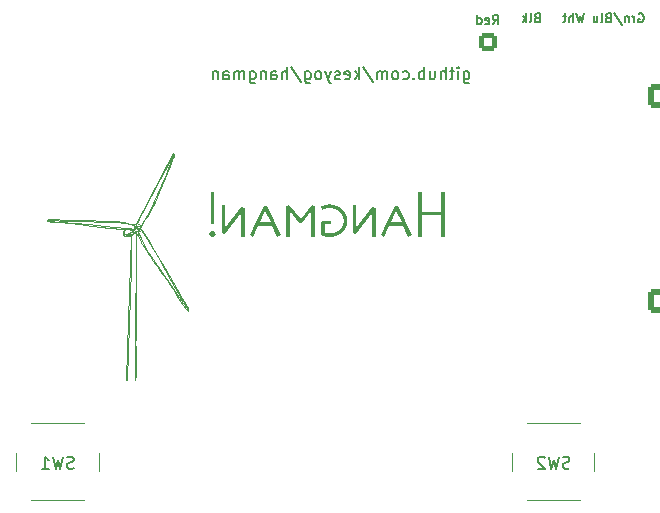
<source format=gbo>
%TF.GenerationSoftware,KiCad,Pcbnew,7.0.5+dfsg-2*%
%TF.CreationDate,2023-08-29T10:22:54-04:00*%
%TF.ProjectId,proto1_0,70726f74-6f31-45f3-902e-6b696361645f,rev?*%
%TF.SameCoordinates,Original*%
%TF.FileFunction,Legend,Bot*%
%TF.FilePolarity,Positive*%
%FSLAX46Y46*%
G04 Gerber Fmt 4.6, Leading zero omitted, Abs format (unit mm)*
G04 Created by KiCad (PCBNEW 7.0.5+dfsg-2) date 2023-08-29 10:22:54*
%MOMM*%
%LPD*%
G01*
G04 APERTURE LIST*
G04 Aperture macros list*
%AMRoundRect*
0 Rectangle with rounded corners*
0 $1 Rounding radius*
0 $2 $3 $4 $5 $6 $7 $8 $9 X,Y pos of 4 corners*
0 Add a 4 corners polygon primitive as box body*
4,1,4,$2,$3,$4,$5,$6,$7,$8,$9,$2,$3,0*
0 Add four circle primitives for the rounded corners*
1,1,$1+$1,$2,$3*
1,1,$1+$1,$4,$5*
1,1,$1+$1,$6,$7*
1,1,$1+$1,$8,$9*
0 Add four rect primitives between the rounded corners*
20,1,$1+$1,$2,$3,$4,$5,0*
20,1,$1+$1,$4,$5,$6,$7,0*
20,1,$1+$1,$6,$7,$8,$9,0*
20,1,$1+$1,$8,$9,$2,$3,0*%
G04 Aperture macros list end*
%ADD10C,0.300000*%
%ADD11C,0.099999*%
%ADD12C,0.152400*%
%ADD13C,0.150000*%
%ADD14C,0.120000*%
%ADD15RoundRect,0.250001X-0.799999X0.799999X-0.799999X-0.799999X0.799999X-0.799999X0.799999X0.799999X0*%
%ADD16C,2.100000*%
%ADD17C,2.200000*%
%ADD18RoundRect,0.250001X-0.799999X-0.799999X0.799999X-0.799999X0.799999X0.799999X-0.799999X0.799999X0*%
%ADD19RoundRect,0.250000X-0.550000X-0.550000X0.550000X-0.550000X0.550000X0.550000X-0.550000X0.550000X0*%
%ADD20C,1.600000*%
%ADD21C,2.000000*%
G04 APERTURE END LIST*
D10*
G36*
X116015348Y-70375526D02*
G01*
X116321140Y-70375526D01*
X116321140Y-68562267D01*
X118005438Y-68562267D01*
X118005438Y-70375526D01*
X118312207Y-70375526D01*
X118312207Y-66561429D01*
X118005438Y-66561429D01*
X118005438Y-68249636D01*
X116321140Y-68249636D01*
X116321140Y-66561429D01*
X116015348Y-66561429D01*
X116015348Y-70375526D01*
G37*
G36*
X115478013Y-70247542D02*
G01*
X115201531Y-70376503D01*
X114783387Y-69437633D01*
X113580735Y-69437633D01*
X113164545Y-70375526D01*
X112889039Y-70233865D01*
X113404008Y-69125002D01*
X113722396Y-69125002D01*
X114641726Y-69125002D01*
X114181572Y-68185156D01*
X113722396Y-69125002D01*
X113404008Y-69125002D01*
X114042842Y-67749427D01*
X114321279Y-67749427D01*
X115478013Y-70247542D01*
G37*
G36*
X110501321Y-70069734D02*
G01*
X110776827Y-70161569D01*
X112120163Y-68375665D01*
X112120163Y-70375526D01*
X112425955Y-70375526D01*
X112425955Y-67909650D01*
X112149472Y-67813907D01*
X110807113Y-69607626D01*
X110807113Y-67686900D01*
X110501321Y-67686900D01*
X110501321Y-70069734D01*
G37*
G36*
X107771663Y-67798275D02*
G01*
X107888900Y-68070850D01*
X107935043Y-68054642D01*
X107980414Y-68039480D01*
X108025015Y-68025364D01*
X108068846Y-68012293D01*
X108111905Y-68000268D01*
X108154193Y-67989288D01*
X108195711Y-67979355D01*
X108236457Y-67970466D01*
X108276433Y-67962624D01*
X108315638Y-67955827D01*
X108373000Y-67947592D01*
X108428627Y-67941711D01*
X108482520Y-67938181D01*
X108534678Y-67937005D01*
X108593315Y-67938150D01*
X108651014Y-67941585D01*
X108707773Y-67947309D01*
X108763594Y-67955323D01*
X108818477Y-67965627D01*
X108872420Y-67978221D01*
X108925424Y-67993105D01*
X108977490Y-68010278D01*
X109028617Y-68029741D01*
X109078805Y-68051494D01*
X109128054Y-68075537D01*
X109176365Y-68101869D01*
X109223736Y-68130491D01*
X109270169Y-68161403D01*
X109315663Y-68194605D01*
X109360219Y-68230096D01*
X109405293Y-68269282D01*
X109447459Y-68309659D01*
X109486717Y-68351226D01*
X109523068Y-68393983D01*
X109556510Y-68437932D01*
X109587044Y-68483071D01*
X109614670Y-68529401D01*
X109639388Y-68576921D01*
X109661198Y-68625633D01*
X109680100Y-68675534D01*
X109696095Y-68726627D01*
X109709181Y-68778910D01*
X109719359Y-68832384D01*
X109726629Y-68887049D01*
X109730991Y-68942904D01*
X109732445Y-68999950D01*
X109730991Y-69056996D01*
X109726629Y-69112851D01*
X109719359Y-69167516D01*
X109709181Y-69220990D01*
X109696095Y-69273273D01*
X109680100Y-69324366D01*
X109661198Y-69374267D01*
X109639388Y-69422979D01*
X109614670Y-69470499D01*
X109587044Y-69516829D01*
X109556510Y-69561968D01*
X109523068Y-69605916D01*
X109486717Y-69648674D01*
X109447459Y-69690241D01*
X109405293Y-69730618D01*
X109360219Y-69769803D01*
X109315663Y-69805295D01*
X109270169Y-69838497D01*
X109223736Y-69869409D01*
X109176365Y-69898031D01*
X109128054Y-69924363D01*
X109078805Y-69948406D01*
X109028617Y-69970159D01*
X108977490Y-69989622D01*
X108925424Y-70006795D01*
X108872420Y-70021679D01*
X108818477Y-70034273D01*
X108763594Y-70044577D01*
X108707773Y-70052591D01*
X108651014Y-70058315D01*
X108593315Y-70061750D01*
X108534678Y-70062895D01*
X108495213Y-70062302D01*
X108455955Y-70060525D01*
X108416903Y-70057563D01*
X108365154Y-70051769D01*
X108313772Y-70043870D01*
X108262755Y-70033863D01*
X108212106Y-70021750D01*
X108174359Y-70011283D01*
X108136818Y-69999631D01*
X108124350Y-69995484D01*
X108124350Y-69312581D01*
X108687085Y-69312581D01*
X108687085Y-68999950D01*
X107970965Y-68999950D01*
X107817581Y-69156265D01*
X107817581Y-70103928D01*
X107910393Y-70249496D01*
X107947404Y-70264758D01*
X107984673Y-70279034D01*
X108022203Y-70292327D01*
X108059992Y-70304634D01*
X108098040Y-70315957D01*
X108136348Y-70326295D01*
X108174916Y-70335649D01*
X108213743Y-70344018D01*
X108252829Y-70351403D01*
X108292175Y-70357803D01*
X108331781Y-70363218D01*
X108371646Y-70367649D01*
X108411770Y-70371095D01*
X108452154Y-70373556D01*
X108492798Y-70375033D01*
X108533701Y-70375526D01*
X108608298Y-70374022D01*
X108681636Y-70369511D01*
X108753714Y-70361993D01*
X108824533Y-70351468D01*
X108894093Y-70337935D01*
X108962393Y-70321395D01*
X109029434Y-70301848D01*
X109095215Y-70279294D01*
X109159737Y-70253732D01*
X109223000Y-70225164D01*
X109285003Y-70193588D01*
X109345747Y-70159004D01*
X109405232Y-70121414D01*
X109463457Y-70080816D01*
X109520423Y-70037211D01*
X109576129Y-69990599D01*
X109632088Y-69939674D01*
X109684436Y-69887284D01*
X109733174Y-69833429D01*
X109778301Y-69778108D01*
X109819819Y-69721321D01*
X109857726Y-69663069D01*
X109892023Y-69603352D01*
X109922710Y-69542169D01*
X109949787Y-69479521D01*
X109973253Y-69415407D01*
X109993109Y-69349828D01*
X110009355Y-69282783D01*
X110021991Y-69214273D01*
X110031016Y-69144297D01*
X110036432Y-69072856D01*
X110038237Y-68999950D01*
X110036432Y-68927043D01*
X110031016Y-68855602D01*
X110021991Y-68785627D01*
X110009355Y-68717117D01*
X109993109Y-68650072D01*
X109973253Y-68584493D01*
X109949787Y-68520379D01*
X109922710Y-68457731D01*
X109892023Y-68396548D01*
X109857726Y-68336831D01*
X109819819Y-68278579D01*
X109778301Y-68221792D01*
X109733174Y-68166471D01*
X109684436Y-68112616D01*
X109632088Y-68060226D01*
X109576129Y-68009301D01*
X109520427Y-67962689D01*
X109463472Y-67919084D01*
X109405266Y-67878486D01*
X109345808Y-67840896D01*
X109285099Y-67806312D01*
X109223137Y-67774736D01*
X109159924Y-67746167D01*
X109095459Y-67720606D01*
X109029743Y-67698052D01*
X108962774Y-67678505D01*
X108894554Y-67661965D01*
X108825083Y-67648432D01*
X108754359Y-67637907D01*
X108682384Y-67630389D01*
X108609157Y-67625878D01*
X108534678Y-67624374D01*
X108492886Y-67625054D01*
X108450307Y-67627091D01*
X108406943Y-67630488D01*
X108362792Y-67635243D01*
X108317855Y-67641357D01*
X108272132Y-67648829D01*
X108225623Y-67657660D01*
X108178327Y-67667849D01*
X108130246Y-67679398D01*
X108081378Y-67692304D01*
X108031725Y-67706570D01*
X107981285Y-67722193D01*
X107930058Y-67739176D01*
X107878046Y-67757517D01*
X107825248Y-67777217D01*
X107771663Y-67798275D01*
G37*
G36*
X104854427Y-70375526D02*
G01*
X105160219Y-70375526D01*
X105160219Y-68196879D01*
X105961335Y-69210976D01*
X106201670Y-69210976D01*
X107000833Y-68196879D01*
X107000833Y-70375526D01*
X107306625Y-70375526D01*
X107306625Y-67778736D01*
X107033073Y-67682016D01*
X106081503Y-68876852D01*
X105127002Y-67681039D01*
X104854427Y-67778736D01*
X104854427Y-70375526D01*
G37*
G36*
X104391342Y-70247542D02*
G01*
X104114859Y-70376503D01*
X103696715Y-69437633D01*
X102494064Y-69437633D01*
X102077874Y-70375526D01*
X101802368Y-70233865D01*
X102317337Y-69125002D01*
X102635725Y-69125002D01*
X103555055Y-69125002D01*
X103094901Y-68185156D01*
X102635725Y-69125002D01*
X102317337Y-69125002D01*
X102956171Y-67749427D01*
X103234608Y-67749427D01*
X104391342Y-70247542D01*
G37*
G36*
X99414650Y-70069734D02*
G01*
X99690156Y-70161569D01*
X101033491Y-68375665D01*
X101033491Y-70375526D01*
X101339284Y-70375526D01*
X101339284Y-67909650D01*
X101062801Y-67813907D01*
X99720442Y-69607626D01*
X99720442Y-67686900D01*
X99414650Y-67686900D01*
X99414650Y-70069734D01*
G37*
G36*
X98459172Y-69262755D02*
G01*
X98765941Y-69262755D01*
X98765941Y-66561429D01*
X98459172Y-66561429D01*
X98459172Y-69262755D01*
G37*
G36*
X98347797Y-70125421D02*
G01*
X98351537Y-70169279D01*
X98362757Y-70210238D01*
X98381457Y-70248299D01*
X98407637Y-70283461D01*
X98425955Y-70302253D01*
X98456363Y-70327154D01*
X98494618Y-70349694D01*
X98535864Y-70365222D01*
X98580103Y-70373737D01*
X98613533Y-70375526D01*
X98653135Y-70372950D01*
X98696646Y-70363433D01*
X98737258Y-70346903D01*
X98774971Y-70323362D01*
X98800135Y-70302253D01*
X98830589Y-70268747D01*
X98853563Y-70232342D01*
X98869057Y-70193039D01*
X98877071Y-70150838D01*
X98878293Y-70125421D01*
X98874553Y-70081563D01*
X98863333Y-70040604D01*
X98844633Y-70002543D01*
X98818453Y-69967381D01*
X98800135Y-69948589D01*
X98769761Y-69923688D01*
X98731633Y-69901148D01*
X98690607Y-69885620D01*
X98646683Y-69877105D01*
X98613533Y-69875316D01*
X98573600Y-69877892D01*
X98529789Y-69887409D01*
X98488969Y-69903939D01*
X98451142Y-69927480D01*
X98425955Y-69948589D01*
X98395501Y-69982095D01*
X98372527Y-70018500D01*
X98357033Y-70057803D01*
X98349018Y-70100004D01*
X98347797Y-70125421D01*
G37*
D11*
X96051050Y-75686797D02*
X96123280Y-75799829D01*
X91211550Y-69754689D02*
X91230849Y-69747045D01*
X91248803Y-70305880D02*
X91286664Y-70313749D01*
X92401821Y-69733093D02*
X92426468Y-69735310D01*
X96042933Y-75550016D02*
X95716937Y-74988739D01*
X92132018Y-69862993D02*
X92104360Y-69857557D01*
X92103226Y-79781276D02*
X92100107Y-79331053D01*
X92406275Y-69451655D02*
X92417354Y-69459148D01*
X92044718Y-69315150D02*
X92031371Y-69319445D01*
X91076637Y-69860597D02*
X91066742Y-69899961D01*
X91058851Y-70139815D02*
X91063291Y-70157227D01*
X92234687Y-69454484D02*
X92239880Y-69446787D01*
X91025449Y-69127930D02*
X90899092Y-69105314D01*
X92634895Y-69793715D02*
X92623666Y-69782866D01*
X91691316Y-71893801D02*
X91700893Y-71611874D01*
X92709893Y-71038369D02*
X92817343Y-71218929D01*
X91521125Y-70252625D02*
X91482193Y-70253188D01*
X92302750Y-69616635D02*
X92292381Y-69608105D01*
X92363509Y-69804468D02*
X92335035Y-69821392D01*
X91706450Y-70295274D02*
X91492364Y-77415470D01*
X96506583Y-76508850D02*
X96097691Y-75948838D01*
X91856489Y-70096253D02*
X91867370Y-70092250D01*
X92466525Y-70574054D02*
X92510956Y-70668767D01*
X91738112Y-69934934D02*
X91692995Y-69967012D01*
X87707386Y-68954547D02*
X86999500Y-68940005D01*
X92961192Y-68813167D02*
X93066990Y-68661480D01*
X96564474Y-76599049D02*
X96567851Y-76582585D01*
X93905585Y-66982062D02*
X94079080Y-66572801D01*
X92464132Y-69504086D02*
X92471353Y-69514058D01*
X96374958Y-76207632D02*
X96406286Y-76267277D01*
X92506474Y-69708589D02*
X92572394Y-69435998D01*
X92325721Y-68908639D02*
X92234802Y-69109272D01*
X84647179Y-68917393D02*
X84636207Y-68925772D01*
X91052667Y-70102922D02*
X91055321Y-70121684D01*
X91570505Y-70319445D02*
X91608146Y-70314755D01*
X92093212Y-82483340D02*
X92118628Y-82035377D01*
X92159797Y-73095349D02*
X92167597Y-71959605D01*
X92656473Y-69816605D02*
X92634895Y-69793715D01*
X92447379Y-69484908D02*
X92456121Y-69494345D01*
X92360990Y-69646217D02*
X92348674Y-69642356D01*
X91592749Y-70244388D02*
X91558374Y-70249879D01*
X94178447Y-73242221D02*
X94476847Y-73651278D01*
X92779814Y-68001916D02*
X92720646Y-68113865D01*
X90770769Y-69086153D02*
X90639753Y-69070863D01*
X93445006Y-71095295D02*
X93295092Y-70840627D01*
X89309886Y-69023327D02*
X89119709Y-69014524D01*
X93577966Y-71371656D02*
X93894559Y-71917493D01*
X92483188Y-69534404D02*
X92487685Y-69544633D01*
X92178573Y-69617303D02*
X92186455Y-69627147D01*
X92288630Y-69422934D02*
X92303325Y-69421746D01*
X96548083Y-76416704D02*
X96535076Y-76383770D01*
X92154409Y-69422265D02*
X92149941Y-69433842D01*
X93169839Y-68507960D02*
X93219159Y-68429975D01*
X95348852Y-63481809D02*
X95349565Y-63465716D01*
X96562819Y-76466428D02*
X96558611Y-76449823D01*
X91757581Y-70775300D02*
X91759706Y-70741774D01*
X92075000Y-69850000D02*
X92043579Y-69840393D01*
X92213269Y-69654111D02*
X92223149Y-69662244D01*
X91533679Y-69741396D02*
X91588956Y-69749622D01*
X92810193Y-68099543D02*
X92847230Y-68028593D01*
X96571434Y-76532919D02*
X96570614Y-76516305D01*
X92768189Y-69974643D02*
X92733459Y-69919638D01*
X91286664Y-70313749D02*
X91326129Y-70319595D01*
X92370656Y-69433472D02*
X92382868Y-69438744D01*
X92444787Y-69641898D02*
X92431353Y-69645673D01*
X94990678Y-63953437D02*
X95026647Y-63873638D01*
X92770989Y-68171172D02*
X92810193Y-68099543D01*
X95130250Y-74108788D02*
X95983608Y-75575489D01*
X91055321Y-70121684D02*
X91058851Y-70139815D01*
X91835862Y-70106046D02*
X91845976Y-70100840D01*
X91404027Y-70250003D02*
X91333384Y-70244806D01*
X95227066Y-63478393D02*
X95252663Y-63445609D01*
X91110905Y-69938863D02*
X91112348Y-69916129D01*
X84890165Y-68877086D02*
X84856905Y-68876076D01*
X91829758Y-69846628D02*
X91814225Y-69865160D01*
X91119764Y-70162003D02*
X91119430Y-70143075D01*
X92301976Y-69707230D02*
X92326578Y-69716247D01*
X92228445Y-69502433D02*
X92227248Y-69491894D01*
X91130679Y-69730689D02*
X91115548Y-69757626D01*
X95118081Y-63667407D02*
X95137858Y-63627153D01*
X91825577Y-69320295D02*
X91795363Y-69314310D01*
X91779046Y-70162698D02*
X91785435Y-70152197D01*
X89277034Y-69555721D02*
X89745404Y-69615097D01*
X91408009Y-70325738D02*
X91449490Y-70326294D01*
X92602208Y-68463881D02*
X92688020Y-68316348D01*
X91808255Y-70125717D02*
X91816969Y-70118449D01*
X92149941Y-69433842D02*
X92145914Y-69445608D01*
X92238482Y-69535395D02*
X92234118Y-69524278D01*
X91058841Y-69940674D02*
X91053209Y-69982030D01*
X95328046Y-74908734D02*
X95424989Y-75064817D01*
X91643662Y-70309077D02*
X91676585Y-70302540D01*
X92575439Y-69744158D02*
X92562472Y-69735804D01*
X92234118Y-69524278D02*
X92230753Y-69513259D01*
X96294603Y-76376927D02*
X96318791Y-76411190D01*
X92185915Y-69331945D02*
X92185059Y-69337669D01*
X92913712Y-70304133D02*
X93252058Y-70832832D01*
X96123280Y-75799829D02*
X96197609Y-75914489D01*
X91644183Y-69997070D02*
X91592435Y-70024995D01*
X91316206Y-70128738D02*
X91262774Y-70141530D01*
X91371254Y-70113145D02*
X91316206Y-70128738D01*
X91490711Y-70325344D02*
X91531205Y-70323018D01*
X92137580Y-69495305D02*
X92138070Y-69509436D01*
X91149508Y-70268846D02*
X91164229Y-70276511D01*
X92320180Y-70183145D02*
X92351381Y-70282868D01*
X94099573Y-65526066D02*
X93663325Y-66353647D01*
X92194223Y-69182285D02*
X92178991Y-69204905D01*
X94992593Y-64374100D02*
X95111778Y-64093964D01*
X91439774Y-69661214D02*
X90239741Y-69575322D01*
X91326129Y-70319595D02*
X91366733Y-70323549D01*
X95315626Y-63323721D02*
X95306552Y-63308407D01*
X84590104Y-68998818D02*
X84586249Y-69015268D01*
X92026457Y-69922063D02*
X91839785Y-69922063D01*
X95347406Y-63497935D02*
X95348852Y-63481809D01*
X92151964Y-70532709D02*
X92153364Y-70473818D01*
X92562472Y-69735804D02*
X92549109Y-69728040D01*
X92474927Y-69625266D02*
X92466515Y-69631622D01*
X92082853Y-69297714D02*
X92070482Y-69304317D01*
X96473458Y-76570213D02*
X96489808Y-76580965D01*
X91115548Y-69757626D02*
X91101314Y-69788725D01*
X91090836Y-70217928D02*
X91100339Y-70230427D01*
X91677355Y-70140110D02*
X91679939Y-70156171D01*
X92171098Y-69867009D02*
X92158333Y-69866234D01*
X92535332Y-69720896D02*
X92521126Y-69714402D01*
X92118628Y-82035377D02*
X92129125Y-81585803D01*
X91759932Y-70705901D02*
X91758644Y-70668047D01*
X92232801Y-69862067D02*
X92220594Y-69864261D01*
X92138070Y-69509436D02*
X92139454Y-69523137D01*
X91973121Y-69388635D02*
X91937574Y-69689385D01*
X92426468Y-69762010D02*
X92393868Y-69784699D01*
X91130543Y-69834571D02*
X91134553Y-69825850D01*
X92163999Y-69399527D02*
X92154409Y-69422265D01*
X92168572Y-71392423D02*
X92165768Y-71109964D01*
X91792455Y-70142556D02*
X91800072Y-70133741D01*
X91800072Y-70133741D02*
X91808255Y-70125717D01*
X96184034Y-76201203D02*
X96226728Y-76270963D01*
X92335035Y-69821392D02*
X92308085Y-69835541D01*
X92137721Y-69488814D02*
X92137580Y-69495305D01*
X92156564Y-70415094D02*
X92161948Y-70357626D01*
X91150564Y-69153585D02*
X91025449Y-69127930D01*
X91653114Y-69278276D02*
X91399971Y-69212349D01*
X95223013Y-63385129D02*
X95205943Y-63407166D01*
X96523887Y-76600001D02*
X96541652Y-76608197D01*
X96408625Y-76165078D02*
X96373249Y-76108769D01*
X95346859Y-63417719D02*
X95344193Y-63401841D01*
X91681683Y-72457423D02*
X91691316Y-71893801D01*
X92100107Y-79331053D02*
X92106462Y-78882182D01*
X95348613Y-63433663D02*
X95346859Y-63417719D01*
X92366560Y-68918261D02*
X92400732Y-68841477D01*
X91442764Y-70252127D02*
X91404027Y-70250003D01*
X95180135Y-63549785D02*
X95202942Y-63513208D01*
X92437964Y-69475848D02*
X92447379Y-69484908D01*
X93727787Y-67388644D02*
X93905585Y-66982062D01*
X92915892Y-70205576D02*
X92835362Y-70081937D01*
X94972208Y-63991686D02*
X94990678Y-63953437D01*
X92533139Y-69388624D02*
X92506474Y-69388624D01*
X91756225Y-70628581D02*
X91742939Y-70461919D01*
X91100339Y-70230427D02*
X91110958Y-70241678D01*
X92613792Y-69354480D02*
X92658046Y-69274438D01*
X91867370Y-70092250D02*
X91890103Y-70085856D01*
X92223149Y-69662244D02*
X92233443Y-69669950D01*
X92753525Y-69117927D02*
X92855639Y-68964743D01*
X92129125Y-81585803D02*
X92128768Y-81135113D01*
X93247239Y-68268594D02*
X92533139Y-69388624D01*
X92142497Y-69457599D02*
X92139857Y-69469855D01*
X85128291Y-69111506D02*
X85266534Y-69121586D01*
X91492364Y-77415470D02*
X91337956Y-82483141D01*
X92133137Y-70081948D02*
X92106471Y-70988636D01*
X92817343Y-71218929D02*
X93034648Y-71575303D01*
X91082413Y-70204271D02*
X91090836Y-70217928D01*
X96485933Y-76448032D02*
X96506583Y-76508850D01*
X91112348Y-69916129D02*
X91114870Y-69894130D01*
X92275658Y-69425441D02*
X92288630Y-69422934D01*
X91664090Y-70103130D02*
X91672121Y-70122453D01*
X92517437Y-68613536D02*
X92602208Y-68463881D01*
X91608146Y-70314755D02*
X91643662Y-70309077D01*
X94587712Y-73038195D02*
X94019879Y-72064742D01*
X92181095Y-69354667D02*
X92177501Y-69365898D01*
X91855967Y-69808354D02*
X91843704Y-69827688D01*
X96503248Y-76318777D02*
X96485234Y-76286876D01*
X92213027Y-70162079D02*
X92223529Y-70143743D01*
X92121622Y-80683799D02*
X92103226Y-79781276D01*
X92557847Y-70762462D02*
X92606860Y-70855231D01*
X92688020Y-68316348D02*
X92770989Y-68171172D01*
X92491156Y-69554802D02*
X92493543Y-69564838D01*
X92399053Y-69650132D02*
X92386235Y-69650199D01*
X90506412Y-69124162D02*
X91199765Y-69213083D01*
X91680023Y-70170706D02*
X91677754Y-70183784D01*
X91759706Y-70741774D02*
X91759932Y-70705901D01*
X92165768Y-71109964D02*
X92159797Y-70828626D01*
X92351381Y-70282868D02*
X92386398Y-70381198D01*
X92186461Y-70002034D02*
X92186461Y-70055345D01*
X92606860Y-70855231D02*
X92709893Y-71038369D01*
X91592435Y-70024995D02*
X91538509Y-70050676D01*
X91742341Y-70298797D02*
X91747059Y-70261322D01*
X91199765Y-69213083D02*
X91973121Y-69388635D01*
X96466361Y-76255476D02*
X96447032Y-76224658D01*
X92233443Y-69669950D02*
X92255134Y-69684083D01*
X92319798Y-69421972D02*
X92332697Y-69423263D01*
X91134553Y-69825850D02*
X91139017Y-69817540D01*
X96558611Y-76449823D02*
X96548083Y-76416704D01*
X84990627Y-69097867D02*
X85128291Y-69111506D01*
X95335947Y-63370315D02*
X95330278Y-63354682D01*
X92332697Y-69423263D02*
X92345512Y-69425659D01*
X92285030Y-69150608D02*
X92308223Y-69072856D01*
X92264834Y-69578978D02*
X92257023Y-69568404D01*
X91049848Y-70063858D02*
X91052667Y-70102922D01*
X92139454Y-69523137D02*
X92141697Y-69536408D01*
X93066990Y-68661480D02*
X93169839Y-68507960D01*
X90639753Y-69070863D02*
X90450110Y-69055309D01*
X91101314Y-69788725D02*
X91088253Y-69823283D01*
X96163048Y-76167646D02*
X96184034Y-76201203D01*
X91386975Y-82483382D02*
X91679792Y-73015366D01*
X91110600Y-69985723D02*
X91110377Y-69962128D01*
X95099006Y-63708349D02*
X95118081Y-63667407D01*
X91866452Y-69788640D02*
X91855967Y-69808354D01*
X92549487Y-68453568D02*
X92325721Y-68908639D01*
X92351602Y-69723563D02*
X92376774Y-69729177D01*
X96435448Y-76327234D02*
X96462110Y-76387489D01*
X91122727Y-70251595D02*
X91135655Y-70260546D01*
X92106462Y-78882182D02*
X92137351Y-77436808D01*
X95158492Y-63587856D02*
X95180135Y-63549785D01*
X96142123Y-76135441D02*
X96163048Y-76167646D01*
X91370612Y-69728126D02*
X91423594Y-69729930D01*
X92417354Y-69459148D02*
X92427936Y-69467237D01*
X89880341Y-69034977D02*
X89500069Y-69028691D01*
X92847230Y-68028593D02*
X94260602Y-65335173D01*
X91946223Y-69331552D02*
X91916459Y-69331157D01*
X96373249Y-76108769D02*
X96207136Y-75829963D01*
X90899092Y-69105314D02*
X90770769Y-69086153D01*
X95233216Y-63815090D02*
X95289101Y-63691135D01*
X92437593Y-68765075D02*
X92476657Y-68689085D01*
X91839785Y-69922063D02*
X91839785Y-69895364D01*
X91636325Y-70229783D02*
X91623063Y-70235594D01*
X94430054Y-65006580D02*
X94603025Y-64679803D01*
X92106462Y-69281976D02*
X92094854Y-69290278D01*
X91973122Y-69815320D02*
X92095338Y-69601979D01*
X84626077Y-68935150D02*
X84616849Y-68945578D01*
X96343987Y-76444336D02*
X96370325Y-76476013D01*
X84712664Y-68888668D02*
X84698344Y-68892828D01*
X92704757Y-69195659D02*
X92753525Y-69117927D01*
X92139857Y-69469855D02*
X92138881Y-69476093D01*
X96566256Y-76483050D02*
X96562819Y-76466428D01*
X91653112Y-70082070D02*
X91664090Y-70103130D01*
X91320219Y-69729898D02*
X91370612Y-69728126D01*
X92676987Y-69840885D02*
X92656473Y-69816605D01*
X92186798Y-69314530D02*
X92186806Y-69320380D01*
X92148623Y-69561664D02*
X92153238Y-69573649D01*
X92801808Y-70029389D02*
X92768189Y-69974643D01*
X92171276Y-69607032D02*
X92178573Y-69617303D01*
X92245030Y-69859251D02*
X92232801Y-69862067D01*
X95323519Y-63339148D02*
X95315626Y-63323721D01*
X94953208Y-64028477D02*
X94972208Y-63991686D01*
X92186455Y-69627147D02*
X92194888Y-69636562D01*
X93219159Y-68429975D02*
X93266544Y-68350888D01*
X92104360Y-69857557D02*
X92075000Y-69850000D01*
X92487142Y-69610483D02*
X92481783Y-69618196D01*
X93894559Y-71917493D02*
X95130250Y-74108788D01*
X92426468Y-69735310D02*
X92426468Y-69762010D01*
X96426969Y-76533545D02*
X96442056Y-76546458D01*
X96570103Y-76566069D02*
X96571281Y-76549510D01*
X91771577Y-70177430D02*
X91779046Y-70162698D01*
X96559921Y-76615451D02*
X96564474Y-76599049D01*
X92186461Y-70055345D02*
X92133126Y-70002034D01*
X96271346Y-76030681D02*
X96341801Y-76148309D01*
X91839786Y-69895364D02*
X92026457Y-69922063D01*
X91765494Y-69307574D02*
X91707519Y-69292878D01*
X95241430Y-63364115D02*
X95223013Y-63385129D01*
X92326578Y-69716247D02*
X92351602Y-69723563D01*
X92394760Y-69444829D02*
X92406275Y-69451655D01*
X95716937Y-74988739D02*
X94587712Y-73038195D01*
X96570614Y-76516305D02*
X96568871Y-76499679D01*
X96442056Y-76546458D02*
X96457547Y-76558696D01*
X92177501Y-69365898D02*
X92173342Y-69377094D01*
X89745404Y-69615097D02*
X90213499Y-69663713D01*
X91538509Y-70050676D02*
X91483165Y-70074003D01*
X95137858Y-63627153D02*
X95158492Y-63587856D01*
X92009739Y-69828809D02*
X91973122Y-69815320D01*
X95306551Y-63308453D02*
X95294539Y-63316871D01*
X92203838Y-69645550D02*
X92213269Y-69654111D01*
X91279769Y-70242078D02*
X91279769Y-70215379D01*
X84636207Y-68925772D02*
X84626077Y-68935150D01*
X85404844Y-69130142D02*
X85542708Y-69139208D01*
X91765026Y-70192905D02*
X91771577Y-70177430D01*
X95175135Y-63453819D02*
X95161040Y-63478187D01*
X92855639Y-68964743D02*
X92961192Y-68813167D01*
X92358184Y-69429086D02*
X92370656Y-69433472D01*
X92178991Y-69204905D02*
X92162713Y-69226366D01*
X92194888Y-69636562D02*
X92203838Y-69645550D01*
X84719094Y-69051782D02*
X84786343Y-69066290D01*
X88341909Y-69424730D02*
X89277034Y-69555721D01*
X92186505Y-69326183D02*
X92185915Y-69331945D01*
X91989154Y-70076723D02*
X92039866Y-70078152D01*
X92043579Y-69840393D02*
X92009739Y-69828809D01*
X91679792Y-73015366D02*
X91681683Y-72457423D01*
X96341801Y-76148309D02*
X96374958Y-76207632D01*
X91162782Y-69787114D02*
X91177402Y-69774634D01*
X92153023Y-70646641D02*
X92151964Y-70532709D01*
X96535076Y-76383770D02*
X96519997Y-76351102D01*
X95340570Y-63386037D02*
X95335947Y-63370315D01*
X91449490Y-70326294D02*
X91490711Y-70325344D01*
X91588956Y-69749622D02*
X91695421Y-69767469D01*
X92246519Y-69439941D02*
X92254657Y-69434038D01*
X92158333Y-69866234D02*
X92132018Y-69862993D01*
X92145276Y-69246485D02*
X92136086Y-69255985D01*
X95026647Y-63873638D02*
X95099006Y-63708349D01*
X89500069Y-69028691D02*
X89309886Y-69023327D01*
X84823543Y-68875970D02*
X84790542Y-68877180D01*
X95349500Y-63449664D02*
X95348613Y-63433663D01*
X92382868Y-69438744D02*
X92394760Y-69444829D01*
X96197609Y-75914489D02*
X96271346Y-76030681D01*
X94770992Y-74063353D02*
X95056265Y-74481490D01*
X92183956Y-69343361D02*
X92181095Y-69354667D01*
X92376774Y-69729177D02*
X92401821Y-69733093D01*
X84666249Y-68961961D02*
X86559635Y-69015272D01*
X91739955Y-70337962D02*
X91742341Y-70298797D01*
X91213012Y-70295859D02*
X91248803Y-70305880D01*
X92208526Y-69158685D02*
X92194223Y-69182285D01*
X92235107Y-70127216D02*
X92247808Y-70112636D01*
X90239741Y-69575322D02*
X88079679Y-69310865D01*
X92128768Y-81135113D02*
X92121622Y-80683799D01*
X91733283Y-71051818D02*
X91757581Y-70775300D01*
X91975419Y-69329904D02*
X91946223Y-69331552D01*
X93663325Y-66353647D02*
X92779814Y-68001916D01*
X92185059Y-69337669D02*
X92183956Y-69343361D01*
X91164229Y-70276511D02*
X91179759Y-70283558D01*
X92282302Y-69846988D02*
X92269736Y-69851721D01*
X93070786Y-70457386D02*
X92994202Y-70330854D01*
X84595149Y-68983676D02*
X84590104Y-68998818D01*
X92234802Y-69109272D02*
X92222014Y-69134288D01*
X86559635Y-69015272D02*
X90506412Y-69124162D01*
X91075038Y-70189543D02*
X91082413Y-70204271D01*
X91251479Y-69740833D02*
X91273327Y-69735965D01*
X91666754Y-70205852D02*
X91658319Y-70214982D01*
X92164598Y-69596333D02*
X92171276Y-69607032D01*
X95070175Y-63656654D02*
X95056170Y-63681793D01*
X92116694Y-69273753D02*
X92106462Y-69281976D01*
X92336636Y-69637373D02*
X92324933Y-69631363D01*
X91672121Y-70122453D02*
X91677355Y-70140110D01*
X96318791Y-76411190D02*
X96343987Y-76444336D01*
X92466515Y-69631622D02*
X92456488Y-69637190D01*
X96506612Y-76590910D02*
X96523887Y-76600001D01*
X92220594Y-69864261D02*
X92208365Y-69865844D01*
X92494785Y-69574669D02*
X92494825Y-69584222D01*
X95983608Y-75575489D02*
X96051050Y-75686797D01*
X91149949Y-69801386D02*
X91162782Y-69787114D01*
X91658319Y-70214982D02*
X91648127Y-70222935D01*
X92559805Y-69788667D02*
X92913712Y-70304133D01*
X92095338Y-69601979D02*
X92186460Y-69308637D01*
X96097691Y-75948838D02*
X95253214Y-74668801D01*
X95524465Y-75219560D02*
X95728704Y-75526137D01*
X92195056Y-70203640D02*
X92203552Y-70182091D01*
X92167597Y-71959605D02*
X92168572Y-71392423D01*
X92269736Y-69851721D02*
X92257327Y-69855806D01*
X92247808Y-70112636D02*
X92261681Y-70100139D01*
X84601327Y-68969790D02*
X84595149Y-68983676D01*
X94079080Y-66572801D02*
X94756909Y-64935120D01*
X92145914Y-69445608D02*
X92142497Y-69457599D01*
X92487685Y-69544633D02*
X92491156Y-69554802D01*
X92324933Y-69631363D02*
X92313619Y-69624419D01*
X84658937Y-68909960D02*
X84647179Y-68917393D01*
X92141697Y-69536408D02*
X92144765Y-69549251D01*
X95190044Y-63430104D02*
X95175135Y-63453819D01*
X92510956Y-70668767D02*
X92557847Y-70762462D01*
X92720646Y-68113865D02*
X92662720Y-68226579D01*
X85542708Y-69139208D02*
X85679612Y-69150815D01*
X94650238Y-65015169D02*
X93247239Y-68268594D01*
X84684577Y-68897729D02*
X84671423Y-68903422D01*
X91179759Y-70283558D02*
X91213012Y-70295859D01*
X92456488Y-69637190D02*
X92444787Y-69641898D01*
X84698344Y-68892828D02*
X84684577Y-68897729D01*
X94260602Y-65335173D02*
X94430054Y-65006580D01*
X92133126Y-70002034D02*
X92186461Y-70002034D01*
X91112644Y-70033090D02*
X91110600Y-69985723D01*
X91700893Y-71611874D02*
X91714634Y-71330945D01*
X91262774Y-70141530D02*
X91211717Y-70151410D01*
X91759348Y-70209078D02*
X91765026Y-70192905D01*
X96571281Y-76549510D02*
X96571434Y-76532919D01*
X92070482Y-69304317D02*
X92057762Y-69310118D01*
X88414746Y-68979258D02*
X87707386Y-68954547D01*
X92158574Y-69585205D02*
X92164598Y-69596333D01*
X91119430Y-70143075D02*
X91118536Y-70122853D01*
X91478254Y-69734593D02*
X91533679Y-69741396D01*
X93266544Y-68350888D02*
X93311594Y-68270482D01*
X95194130Y-74693783D02*
X95328046Y-74908734D01*
X95325830Y-63594948D02*
X95335181Y-63562616D01*
X96370325Y-76476013D02*
X96397941Y-76505866D01*
X92136086Y-69255985D02*
X92126564Y-69265082D01*
X91193696Y-69763855D02*
X91211550Y-69754689D01*
X92345512Y-69425659D02*
X92358184Y-69429086D01*
X91826183Y-70111904D02*
X91835862Y-70106046D01*
X92521126Y-69714402D02*
X92506474Y-69708589D01*
X91118633Y-69873069D02*
X91123803Y-69853149D01*
X92818528Y-70056059D02*
X92801808Y-70029389D01*
X91296278Y-69732350D02*
X91320219Y-69729898D01*
X92282569Y-69598923D02*
X92273368Y-69589183D01*
X91695421Y-69767469D02*
X91790352Y-69782390D01*
X92039866Y-70078152D02*
X92088563Y-70080631D01*
X85679612Y-69150815D02*
X87412994Y-69310827D01*
X92662720Y-68226579D02*
X92549487Y-68453568D01*
X91790352Y-69782390D02*
X91831212Y-69786958D01*
X92138881Y-69476093D02*
X92138162Y-69482411D01*
X92549109Y-69728040D02*
X92535332Y-69720896D01*
X92493543Y-69564838D02*
X92494785Y-69574669D01*
X92994202Y-70330854D02*
X92915892Y-70205576D01*
X92373529Y-69648862D02*
X92360990Y-69646217D01*
X91937574Y-69689385D02*
X91439774Y-69661214D01*
X91742939Y-70461919D02*
X91740639Y-70419890D01*
X91050120Y-70023326D02*
X91049848Y-70063858D01*
X92257023Y-69568404D02*
X92249991Y-69557552D01*
X91063291Y-70157227D02*
X91068675Y-70173833D01*
X95294539Y-63316871D02*
X95283021Y-63325653D01*
X92196070Y-69866823D02*
X92183662Y-69867209D01*
X95056170Y-63681793D02*
X94986028Y-63805934D01*
X92491063Y-69602202D02*
X92487142Y-69610483D01*
X84742733Y-68882365D02*
X84727480Y-68885197D01*
X91230849Y-69747045D02*
X91251479Y-69740833D01*
X91814225Y-69865160D02*
X91797199Y-69883271D01*
X95056265Y-74481490D02*
X95194130Y-74693783D01*
X92223529Y-70143743D02*
X92235107Y-70127216D01*
X91110377Y-69962128D02*
X91110905Y-69938863D01*
X92222014Y-69134288D02*
X92208526Y-69158685D01*
X95253214Y-74668801D02*
X93029444Y-71442040D01*
X95279882Y-63415123D02*
X95130252Y-63895132D01*
X96397941Y-76505866D02*
X96412270Y-76520000D01*
X93295092Y-70840627D02*
X93146135Y-70584782D01*
X87412994Y-69310827D02*
X87876371Y-69363137D01*
X92494825Y-69584222D02*
X92493604Y-69593424D01*
X91714634Y-71330945D02*
X91733283Y-71051818D01*
X92424892Y-70478228D02*
X92466525Y-70574054D01*
X91211717Y-70151410D02*
X91163795Y-70158266D01*
X84608579Y-68957107D02*
X84601327Y-68969790D01*
X92088563Y-70080631D02*
X92133137Y-70081948D01*
X95252663Y-63445609D02*
X95279884Y-63415123D01*
X91110958Y-70241678D02*
X91122727Y-70251595D01*
X92161948Y-70357626D02*
X92169901Y-70302502D01*
X92186806Y-69320380D02*
X92186505Y-69326183D01*
X92137351Y-77436808D02*
X92153179Y-75989537D01*
X96207136Y-75829963D02*
X96042933Y-75550016D01*
X90260309Y-69045121D02*
X90070377Y-69038833D01*
X91558374Y-70249879D02*
X91521125Y-70252625D01*
X91886308Y-69328977D02*
X91855953Y-69325270D01*
X91754492Y-70225902D02*
X91759348Y-70209078D01*
X95342492Y-63530257D02*
X95347406Y-63497935D01*
X94019879Y-72064742D02*
X93445006Y-71095295D01*
X84671423Y-68903422D02*
X84658937Y-68909960D01*
X92169901Y-70302502D02*
X92180809Y-70250811D01*
X95109228Y-63579713D02*
X95083568Y-63631179D01*
X95134577Y-63528386D02*
X95109228Y-63579713D01*
X92292381Y-69608105D02*
X92282569Y-69598923D01*
X92393868Y-69784699D02*
X92363509Y-69804468D01*
X91177402Y-69774634D02*
X91193696Y-69763855D01*
X94784993Y-64184850D02*
X94527276Y-64695162D01*
X92186460Y-69308629D02*
X92186798Y-69314530D01*
X91123803Y-69853149D02*
X91126967Y-69843679D01*
X91845976Y-70100840D02*
X91856489Y-70096253D01*
X92456121Y-69494345D02*
X92464132Y-69504086D01*
X92471353Y-69514058D02*
X92477725Y-69524188D01*
X93353910Y-68188543D02*
X93544343Y-67791240D01*
X92276773Y-70089861D02*
X92293134Y-70081937D01*
X85012929Y-68881933D02*
X84984706Y-68881424D01*
X91482193Y-70253188D02*
X91442764Y-70252127D01*
X91088253Y-69823283D02*
X91076637Y-69860597D01*
X92476657Y-68689085D02*
X92517437Y-68613536D01*
X91115726Y-70079341D02*
X91112644Y-70033090D01*
X84666251Y-68988645D02*
X84666251Y-68961946D01*
X92003862Y-69325954D02*
X91975419Y-69329904D01*
X92183662Y-69867209D02*
X92171098Y-69867009D01*
X95349565Y-63465716D02*
X95349500Y-63449664D01*
X92230882Y-69462937D02*
X92234687Y-69454484D01*
X91066742Y-69899961D02*
X91058841Y-69940674D01*
X93311594Y-68270482D02*
X93353910Y-68188543D01*
X91427160Y-70094863D02*
X91371254Y-70113145D01*
X92228411Y-69472052D02*
X92230882Y-69462937D01*
X92266467Y-69228624D02*
X92285030Y-69150608D01*
X92153238Y-69573649D02*
X92158574Y-69585205D01*
X91676585Y-70302540D02*
X91706450Y-70295274D01*
X91275163Y-69181864D02*
X91150564Y-69153585D01*
X95161040Y-63478187D02*
X95147580Y-63503083D01*
X91890103Y-70085856D02*
X91913911Y-70081383D01*
X91831212Y-69786958D02*
X91866452Y-69788640D01*
X91653112Y-70082044D02*
X91653112Y-70082070D01*
X85266534Y-69121586D02*
X85404844Y-69130142D01*
X91118536Y-70122853D02*
X91115726Y-70079341D01*
X95344193Y-63401841D02*
X95340570Y-63386037D01*
X91747059Y-70261322D02*
X91754492Y-70225902D01*
X92257327Y-69855806D02*
X92245030Y-69859251D01*
X92293130Y-69948674D02*
X92559805Y-69788667D01*
X92173342Y-69377094D02*
X92163999Y-69399527D01*
X95147580Y-63503083D02*
X95134577Y-63528386D01*
X91938531Y-70078554D02*
X91963700Y-70077092D01*
X92144765Y-69549251D02*
X92148623Y-69561664D01*
X91139017Y-69817540D02*
X91149949Y-69801386D01*
X92427936Y-69467237D02*
X92437964Y-69475848D01*
X91366733Y-70323549D02*
X91408009Y-70325738D01*
X91778775Y-69900946D02*
X91738112Y-69934934D01*
X92208365Y-69865844D02*
X92196070Y-69866823D01*
X91399971Y-69212349D02*
X91275163Y-69181864D01*
X95130252Y-63895132D02*
X94650238Y-65015169D01*
X92313619Y-69624419D02*
X92302750Y-69616635D01*
X94986028Y-63805934D02*
X94917658Y-63931337D01*
X94917658Y-63931337D02*
X94784993Y-64184850D01*
X91816969Y-70118449D02*
X91826183Y-70111904D01*
X94603025Y-64679803D02*
X94953208Y-64028477D01*
X91797199Y-69883271D02*
X91778775Y-69900946D01*
X92416128Y-69648442D02*
X92399053Y-69650132D01*
X92308085Y-69835541D02*
X92282302Y-69846988D01*
X96567851Y-76582585D02*
X96570103Y-76566069D01*
X93252058Y-70832832D02*
X93577966Y-71371656D01*
X84984706Y-68881424D02*
X84954529Y-68880172D01*
X92255134Y-69684083D02*
X92278070Y-69696508D01*
X92227248Y-69491894D02*
X92227218Y-69481736D01*
X93167205Y-71790348D02*
X93303892Y-72002724D01*
X86999500Y-68940005D02*
X86292963Y-68935243D01*
X92239880Y-69446787D02*
X92246519Y-69439941D01*
X96406286Y-76267277D02*
X96435448Y-76327234D01*
X84786343Y-69066290D02*
X84854057Y-69078637D01*
X95111778Y-64093964D02*
X95233216Y-63815090D01*
X92159797Y-70828626D02*
X92153023Y-70646641D01*
X92227218Y-69481736D02*
X92228411Y-69472052D01*
X91273327Y-69735965D02*
X91296278Y-69732350D01*
X92335562Y-68995397D02*
X92366560Y-68918261D01*
X92106471Y-70988636D02*
X92104251Y-73228703D01*
X93303892Y-72002724D02*
X93587352Y-72420988D01*
X95289101Y-63691135D02*
X95302433Y-63659272D01*
X92348674Y-69642356D02*
X92336636Y-69637373D01*
X84652374Y-69034859D02*
X84719094Y-69051782D01*
X92477725Y-69524188D02*
X92483188Y-69534404D01*
X92303325Y-69421746D02*
X92319798Y-69421972D01*
X91785435Y-70152197D02*
X91792455Y-70142556D01*
X84790542Y-68877180D02*
X84758367Y-68880119D01*
X90680712Y-69696557D02*
X90913798Y-69705499D01*
X91740639Y-70419890D02*
X91739516Y-70378448D01*
X92493604Y-69593424D02*
X92491063Y-69602202D01*
X92203552Y-70182091D02*
X92213027Y-70162079D01*
X92162713Y-69226366D02*
X92145276Y-69246485D01*
X93034648Y-71575303D02*
X93167205Y-71790348D01*
X91648127Y-70222935D02*
X91636325Y-70229783D01*
X91279769Y-70215379D02*
X91653112Y-70082044D01*
X93544343Y-67791240D02*
X93727787Y-67388644D01*
X93880409Y-72833139D02*
X94178447Y-73242221D01*
X95302433Y-63659272D02*
X95314794Y-63627188D01*
X92400732Y-68841477D02*
X92437593Y-68765075D01*
X91163795Y-70158266D02*
X91119764Y-70161988D01*
X96519997Y-76351102D02*
X96503248Y-76318777D01*
X92031371Y-69319445D02*
X92017745Y-69323036D01*
X92835362Y-70081937D02*
X92818528Y-70056059D01*
X92696569Y-69866312D02*
X92676987Y-69840885D01*
X91146434Y-69708619D02*
X91130679Y-69730689D01*
X92481783Y-69618196D02*
X92474927Y-69625266D01*
X95261373Y-63344248D02*
X95241430Y-63364115D01*
X91963700Y-70077092D02*
X91989154Y-70076723D01*
X92180809Y-70250811D02*
X92187491Y-70226592D01*
X91916459Y-69331157D02*
X91886308Y-69328977D01*
X84586249Y-69015268D02*
X84652374Y-69034859D01*
X92308223Y-69072856D02*
X92335562Y-68995397D01*
X84616849Y-68945578D02*
X84608579Y-68957107D01*
X96568871Y-76499679D02*
X96566256Y-76483050D01*
X92079795Y-76935474D02*
X92028661Y-82483550D01*
X96541652Y-76608197D02*
X96559921Y-76615451D01*
X92187491Y-70226592D02*
X92195056Y-70203640D01*
X92442761Y-70268674D02*
X92293130Y-69948674D01*
X91483165Y-70074003D02*
X91427160Y-70094863D01*
X91114870Y-69894130D02*
X91118633Y-69873069D01*
X91126967Y-69843679D02*
X91130543Y-69834571D01*
X93146135Y-70584782D02*
X93070786Y-70457386D01*
X92104251Y-73228703D02*
X92079795Y-76935474D01*
X96462110Y-76387489D02*
X96485933Y-76448032D01*
X96226728Y-76270963D02*
X96271286Y-76341900D01*
X91623063Y-70235594D02*
X91608488Y-70240439D01*
X90450110Y-69055309D02*
X90260309Y-69045121D01*
X91758644Y-70668047D02*
X91756225Y-70628581D01*
X84922174Y-69089078D02*
X84990627Y-69097867D01*
X84854057Y-69078637D02*
X84922174Y-69089078D01*
X92386235Y-69650199D02*
X92373529Y-69648862D01*
X92623666Y-69782866D02*
X92612123Y-69772456D01*
X95728704Y-75526137D02*
X96142123Y-76135441D01*
X91135655Y-70260546D02*
X91149508Y-70268846D01*
X95314794Y-63627188D02*
X95325830Y-63594948D01*
X93587352Y-72420988D02*
X93880409Y-72833139D01*
X96271286Y-76341900D02*
X96294603Y-76376927D01*
X91531205Y-70323018D02*
X91570505Y-70319445D01*
X92658046Y-69274438D02*
X92704757Y-69195659D01*
X90213499Y-69663713D02*
X90680712Y-69696557D01*
X91608488Y-70240439D02*
X91592749Y-70244388D01*
X92249991Y-69557552D02*
X92243792Y-69546518D01*
X86292963Y-68935243D02*
X85012929Y-68881933D01*
X92094854Y-69290278D02*
X92082853Y-69297714D01*
X84954529Y-68880172D02*
X84890165Y-68877086D01*
X95330278Y-63354682D02*
X95323519Y-63339148D01*
X92612123Y-69772456D02*
X92600248Y-69762514D01*
X91333384Y-70244806D02*
X91279769Y-70242078D01*
X92273368Y-69589183D02*
X92264834Y-69578978D01*
X91053209Y-69982030D02*
X91050120Y-70023326D01*
X96447032Y-76224658D02*
X96408625Y-76165078D01*
X92588026Y-69753072D02*
X92575439Y-69744158D01*
X92715349Y-69892644D02*
X92696569Y-69866312D01*
X92261681Y-70100139D02*
X92276773Y-70089861D01*
X95205943Y-63407166D02*
X95190044Y-63430104D01*
X95083568Y-63631179D02*
X95070175Y-63656654D01*
X92506474Y-69388624D02*
X92266467Y-69228624D01*
X95202942Y-63513208D02*
X95227066Y-63478393D01*
X84758367Y-68880119D02*
X84742733Y-68882365D01*
X95335181Y-63562616D02*
X95342492Y-63530257D01*
X92386398Y-70381198D02*
X92424892Y-70478228D01*
X92126564Y-69265082D02*
X92116694Y-69273753D01*
X92153179Y-75989537D02*
X92159797Y-73095349D01*
X84856905Y-68876076D02*
X84823543Y-68875970D01*
X92230753Y-69513259D02*
X92228445Y-69502433D01*
X91795363Y-69314310D02*
X91765494Y-69307574D01*
X92431353Y-69645673D02*
X92416128Y-69648442D01*
X91423594Y-69729930D02*
X91478254Y-69734593D01*
X93029444Y-71442040D02*
X92442761Y-70268674D01*
X92153364Y-70473818D02*
X92156564Y-70415094D01*
X91855953Y-69325270D02*
X91825577Y-69320295D01*
X94476847Y-73651278D02*
X94770992Y-74063353D01*
X90070377Y-69038833D02*
X89880341Y-69034977D01*
X92278070Y-69696508D02*
X92301976Y-69707230D01*
X91068675Y-70173833D02*
X91075038Y-70189543D01*
X91692995Y-69967012D02*
X91644183Y-69997070D01*
X92572394Y-69435998D02*
X92613792Y-69354480D01*
X90913798Y-69705499D02*
X91146434Y-69708619D01*
X92733459Y-69919638D02*
X92715349Y-69892644D01*
X91677754Y-70183784D02*
X91673281Y-70195476D01*
X94756909Y-64935120D02*
X94992593Y-64374100D01*
X88079679Y-69310865D02*
X84666251Y-68988645D01*
X94527276Y-64695162D02*
X94099573Y-65526066D01*
X96412270Y-76520000D02*
X96426969Y-76533545D01*
X92138162Y-69482411D02*
X92137721Y-69488814D01*
X84727480Y-68885197D02*
X84712664Y-68888668D01*
X87876371Y-69363137D02*
X88341909Y-69424730D01*
X95424989Y-75064817D02*
X95524465Y-75219560D01*
X91673281Y-70195476D02*
X91666754Y-70205852D01*
X92017745Y-69323036D02*
X92003862Y-69325954D01*
X96457547Y-76558696D02*
X96473458Y-76570213D01*
X92254657Y-69434038D02*
X92264352Y-69429174D01*
X91843704Y-69827688D02*
X91829758Y-69846628D01*
X92293134Y-70081937D02*
X92320180Y-70183145D01*
X91913911Y-70081383D02*
X91938531Y-70078554D01*
X92243792Y-69546518D02*
X92238482Y-69535395D01*
X95283021Y-63325653D02*
X95261373Y-63344248D01*
X91707519Y-69292878D02*
X91653114Y-69278276D01*
X96485234Y-76286876D02*
X96466361Y-76255476D01*
X92264352Y-69429174D02*
X92275658Y-69425441D01*
X91739516Y-70378448D02*
X91739955Y-70337962D01*
X91679939Y-70156171D02*
X91680023Y-70170706D01*
X89119709Y-69014524D02*
X88414746Y-68979258D01*
X92057762Y-69310118D02*
X92044718Y-69315150D01*
X92600248Y-69762514D02*
X92588026Y-69753072D01*
X96489808Y-76580965D02*
X96506612Y-76590910D01*
D12*
X134701165Y-51497106D02*
X134773737Y-51460820D01*
X134773737Y-51460820D02*
X134882594Y-51460820D01*
X134882594Y-51460820D02*
X134991451Y-51497106D01*
X134991451Y-51497106D02*
X135064022Y-51569677D01*
X135064022Y-51569677D02*
X135100308Y-51642249D01*
X135100308Y-51642249D02*
X135136594Y-51787392D01*
X135136594Y-51787392D02*
X135136594Y-51896249D01*
X135136594Y-51896249D02*
X135100308Y-52041392D01*
X135100308Y-52041392D02*
X135064022Y-52113963D01*
X135064022Y-52113963D02*
X134991451Y-52186535D01*
X134991451Y-52186535D02*
X134882594Y-52222820D01*
X134882594Y-52222820D02*
X134810022Y-52222820D01*
X134810022Y-52222820D02*
X134701165Y-52186535D01*
X134701165Y-52186535D02*
X134664879Y-52150249D01*
X134664879Y-52150249D02*
X134664879Y-51896249D01*
X134664879Y-51896249D02*
X134810022Y-51896249D01*
X134338308Y-52222820D02*
X134338308Y-51714820D01*
X134338308Y-51859963D02*
X134302022Y-51787392D01*
X134302022Y-51787392D02*
X134265737Y-51751106D01*
X134265737Y-51751106D02*
X134193165Y-51714820D01*
X134193165Y-51714820D02*
X134120594Y-51714820D01*
X133866594Y-51714820D02*
X133866594Y-52222820D01*
X133866594Y-51787392D02*
X133830308Y-51751106D01*
X133830308Y-51751106D02*
X133757737Y-51714820D01*
X133757737Y-51714820D02*
X133648880Y-51714820D01*
X133648880Y-51714820D02*
X133576308Y-51751106D01*
X133576308Y-51751106D02*
X133540023Y-51823677D01*
X133540023Y-51823677D02*
X133540023Y-52222820D01*
X132632879Y-51424535D02*
X133286022Y-52404249D01*
X132124879Y-51823677D02*
X132016022Y-51859963D01*
X132016022Y-51859963D02*
X131979736Y-51896249D01*
X131979736Y-51896249D02*
X131943450Y-51968820D01*
X131943450Y-51968820D02*
X131943450Y-52077677D01*
X131943450Y-52077677D02*
X131979736Y-52150249D01*
X131979736Y-52150249D02*
X132016022Y-52186535D01*
X132016022Y-52186535D02*
X132088593Y-52222820D01*
X132088593Y-52222820D02*
X132378879Y-52222820D01*
X132378879Y-52222820D02*
X132378879Y-51460820D01*
X132378879Y-51460820D02*
X132124879Y-51460820D01*
X132124879Y-51460820D02*
X132052308Y-51497106D01*
X132052308Y-51497106D02*
X132016022Y-51533392D01*
X132016022Y-51533392D02*
X131979736Y-51605963D01*
X131979736Y-51605963D02*
X131979736Y-51678535D01*
X131979736Y-51678535D02*
X132016022Y-51751106D01*
X132016022Y-51751106D02*
X132052308Y-51787392D01*
X132052308Y-51787392D02*
X132124879Y-51823677D01*
X132124879Y-51823677D02*
X132378879Y-51823677D01*
X131508022Y-52222820D02*
X131580593Y-52186535D01*
X131580593Y-52186535D02*
X131616879Y-52113963D01*
X131616879Y-52113963D02*
X131616879Y-51460820D01*
X130891165Y-51714820D02*
X130891165Y-52222820D01*
X131217736Y-51714820D02*
X131217736Y-52113963D01*
X131217736Y-52113963D02*
X131181450Y-52186535D01*
X131181450Y-52186535D02*
X131108879Y-52222820D01*
X131108879Y-52222820D02*
X131000022Y-52222820D01*
X131000022Y-52222820D02*
X130927450Y-52186535D01*
X130927450Y-52186535D02*
X130891165Y-52150249D01*
D13*
X119884649Y-56353152D02*
X119884649Y-57162676D01*
X119884649Y-57162676D02*
X119932268Y-57257914D01*
X119932268Y-57257914D02*
X119979887Y-57305533D01*
X119979887Y-57305533D02*
X120075125Y-57353152D01*
X120075125Y-57353152D02*
X120217982Y-57353152D01*
X120217982Y-57353152D02*
X120313220Y-57305533D01*
X119884649Y-56972200D02*
X119979887Y-57019819D01*
X119979887Y-57019819D02*
X120170363Y-57019819D01*
X120170363Y-57019819D02*
X120265601Y-56972200D01*
X120265601Y-56972200D02*
X120313220Y-56924580D01*
X120313220Y-56924580D02*
X120360839Y-56829342D01*
X120360839Y-56829342D02*
X120360839Y-56543628D01*
X120360839Y-56543628D02*
X120313220Y-56448390D01*
X120313220Y-56448390D02*
X120265601Y-56400771D01*
X120265601Y-56400771D02*
X120170363Y-56353152D01*
X120170363Y-56353152D02*
X119979887Y-56353152D01*
X119979887Y-56353152D02*
X119884649Y-56400771D01*
X119408458Y-57019819D02*
X119408458Y-56353152D01*
X119408458Y-56019819D02*
X119456077Y-56067438D01*
X119456077Y-56067438D02*
X119408458Y-56115057D01*
X119408458Y-56115057D02*
X119360839Y-56067438D01*
X119360839Y-56067438D02*
X119408458Y-56019819D01*
X119408458Y-56019819D02*
X119408458Y-56115057D01*
X119075125Y-56353152D02*
X118694173Y-56353152D01*
X118932268Y-56019819D02*
X118932268Y-56876961D01*
X118932268Y-56876961D02*
X118884649Y-56972200D01*
X118884649Y-56972200D02*
X118789411Y-57019819D01*
X118789411Y-57019819D02*
X118694173Y-57019819D01*
X118360839Y-57019819D02*
X118360839Y-56019819D01*
X117932268Y-57019819D02*
X117932268Y-56496009D01*
X117932268Y-56496009D02*
X117979887Y-56400771D01*
X117979887Y-56400771D02*
X118075125Y-56353152D01*
X118075125Y-56353152D02*
X118217982Y-56353152D01*
X118217982Y-56353152D02*
X118313220Y-56400771D01*
X118313220Y-56400771D02*
X118360839Y-56448390D01*
X117027506Y-56353152D02*
X117027506Y-57019819D01*
X117456077Y-56353152D02*
X117456077Y-56876961D01*
X117456077Y-56876961D02*
X117408458Y-56972200D01*
X117408458Y-56972200D02*
X117313220Y-57019819D01*
X117313220Y-57019819D02*
X117170363Y-57019819D01*
X117170363Y-57019819D02*
X117075125Y-56972200D01*
X117075125Y-56972200D02*
X117027506Y-56924580D01*
X116551315Y-57019819D02*
X116551315Y-56019819D01*
X116551315Y-56400771D02*
X116456077Y-56353152D01*
X116456077Y-56353152D02*
X116265601Y-56353152D01*
X116265601Y-56353152D02*
X116170363Y-56400771D01*
X116170363Y-56400771D02*
X116122744Y-56448390D01*
X116122744Y-56448390D02*
X116075125Y-56543628D01*
X116075125Y-56543628D02*
X116075125Y-56829342D01*
X116075125Y-56829342D02*
X116122744Y-56924580D01*
X116122744Y-56924580D02*
X116170363Y-56972200D01*
X116170363Y-56972200D02*
X116265601Y-57019819D01*
X116265601Y-57019819D02*
X116456077Y-57019819D01*
X116456077Y-57019819D02*
X116551315Y-56972200D01*
X115646553Y-56924580D02*
X115598934Y-56972200D01*
X115598934Y-56972200D02*
X115646553Y-57019819D01*
X115646553Y-57019819D02*
X115694172Y-56972200D01*
X115694172Y-56972200D02*
X115646553Y-56924580D01*
X115646553Y-56924580D02*
X115646553Y-57019819D01*
X114741792Y-56972200D02*
X114837030Y-57019819D01*
X114837030Y-57019819D02*
X115027506Y-57019819D01*
X115027506Y-57019819D02*
X115122744Y-56972200D01*
X115122744Y-56972200D02*
X115170363Y-56924580D01*
X115170363Y-56924580D02*
X115217982Y-56829342D01*
X115217982Y-56829342D02*
X115217982Y-56543628D01*
X115217982Y-56543628D02*
X115170363Y-56448390D01*
X115170363Y-56448390D02*
X115122744Y-56400771D01*
X115122744Y-56400771D02*
X115027506Y-56353152D01*
X115027506Y-56353152D02*
X114837030Y-56353152D01*
X114837030Y-56353152D02*
X114741792Y-56400771D01*
X114170363Y-57019819D02*
X114265601Y-56972200D01*
X114265601Y-56972200D02*
X114313220Y-56924580D01*
X114313220Y-56924580D02*
X114360839Y-56829342D01*
X114360839Y-56829342D02*
X114360839Y-56543628D01*
X114360839Y-56543628D02*
X114313220Y-56448390D01*
X114313220Y-56448390D02*
X114265601Y-56400771D01*
X114265601Y-56400771D02*
X114170363Y-56353152D01*
X114170363Y-56353152D02*
X114027506Y-56353152D01*
X114027506Y-56353152D02*
X113932268Y-56400771D01*
X113932268Y-56400771D02*
X113884649Y-56448390D01*
X113884649Y-56448390D02*
X113837030Y-56543628D01*
X113837030Y-56543628D02*
X113837030Y-56829342D01*
X113837030Y-56829342D02*
X113884649Y-56924580D01*
X113884649Y-56924580D02*
X113932268Y-56972200D01*
X113932268Y-56972200D02*
X114027506Y-57019819D01*
X114027506Y-57019819D02*
X114170363Y-57019819D01*
X113408458Y-57019819D02*
X113408458Y-56353152D01*
X113408458Y-56448390D02*
X113360839Y-56400771D01*
X113360839Y-56400771D02*
X113265601Y-56353152D01*
X113265601Y-56353152D02*
X113122744Y-56353152D01*
X113122744Y-56353152D02*
X113027506Y-56400771D01*
X113027506Y-56400771D02*
X112979887Y-56496009D01*
X112979887Y-56496009D02*
X112979887Y-57019819D01*
X112979887Y-56496009D02*
X112932268Y-56400771D01*
X112932268Y-56400771D02*
X112837030Y-56353152D01*
X112837030Y-56353152D02*
X112694173Y-56353152D01*
X112694173Y-56353152D02*
X112598934Y-56400771D01*
X112598934Y-56400771D02*
X112551315Y-56496009D01*
X112551315Y-56496009D02*
X112551315Y-57019819D01*
X111360840Y-55972200D02*
X112217982Y-57257914D01*
X111027506Y-57019819D02*
X111027506Y-56019819D01*
X110932268Y-56638866D02*
X110646554Y-57019819D01*
X110646554Y-56353152D02*
X111027506Y-56734104D01*
X109837030Y-56972200D02*
X109932268Y-57019819D01*
X109932268Y-57019819D02*
X110122744Y-57019819D01*
X110122744Y-57019819D02*
X110217982Y-56972200D01*
X110217982Y-56972200D02*
X110265601Y-56876961D01*
X110265601Y-56876961D02*
X110265601Y-56496009D01*
X110265601Y-56496009D02*
X110217982Y-56400771D01*
X110217982Y-56400771D02*
X110122744Y-56353152D01*
X110122744Y-56353152D02*
X109932268Y-56353152D01*
X109932268Y-56353152D02*
X109837030Y-56400771D01*
X109837030Y-56400771D02*
X109789411Y-56496009D01*
X109789411Y-56496009D02*
X109789411Y-56591247D01*
X109789411Y-56591247D02*
X110265601Y-56686485D01*
X109408458Y-56972200D02*
X109313220Y-57019819D01*
X109313220Y-57019819D02*
X109122744Y-57019819D01*
X109122744Y-57019819D02*
X109027506Y-56972200D01*
X109027506Y-56972200D02*
X108979887Y-56876961D01*
X108979887Y-56876961D02*
X108979887Y-56829342D01*
X108979887Y-56829342D02*
X109027506Y-56734104D01*
X109027506Y-56734104D02*
X109122744Y-56686485D01*
X109122744Y-56686485D02*
X109265601Y-56686485D01*
X109265601Y-56686485D02*
X109360839Y-56638866D01*
X109360839Y-56638866D02*
X109408458Y-56543628D01*
X109408458Y-56543628D02*
X109408458Y-56496009D01*
X109408458Y-56496009D02*
X109360839Y-56400771D01*
X109360839Y-56400771D02*
X109265601Y-56353152D01*
X109265601Y-56353152D02*
X109122744Y-56353152D01*
X109122744Y-56353152D02*
X109027506Y-56400771D01*
X108646553Y-56353152D02*
X108408458Y-57019819D01*
X108170363Y-56353152D02*
X108408458Y-57019819D01*
X108408458Y-57019819D02*
X108503696Y-57257914D01*
X108503696Y-57257914D02*
X108551315Y-57305533D01*
X108551315Y-57305533D02*
X108646553Y-57353152D01*
X107646553Y-57019819D02*
X107741791Y-56972200D01*
X107741791Y-56972200D02*
X107789410Y-56924580D01*
X107789410Y-56924580D02*
X107837029Y-56829342D01*
X107837029Y-56829342D02*
X107837029Y-56543628D01*
X107837029Y-56543628D02*
X107789410Y-56448390D01*
X107789410Y-56448390D02*
X107741791Y-56400771D01*
X107741791Y-56400771D02*
X107646553Y-56353152D01*
X107646553Y-56353152D02*
X107503696Y-56353152D01*
X107503696Y-56353152D02*
X107408458Y-56400771D01*
X107408458Y-56400771D02*
X107360839Y-56448390D01*
X107360839Y-56448390D02*
X107313220Y-56543628D01*
X107313220Y-56543628D02*
X107313220Y-56829342D01*
X107313220Y-56829342D02*
X107360839Y-56924580D01*
X107360839Y-56924580D02*
X107408458Y-56972200D01*
X107408458Y-56972200D02*
X107503696Y-57019819D01*
X107503696Y-57019819D02*
X107646553Y-57019819D01*
X106456077Y-56353152D02*
X106456077Y-57162676D01*
X106456077Y-57162676D02*
X106503696Y-57257914D01*
X106503696Y-57257914D02*
X106551315Y-57305533D01*
X106551315Y-57305533D02*
X106646553Y-57353152D01*
X106646553Y-57353152D02*
X106789410Y-57353152D01*
X106789410Y-57353152D02*
X106884648Y-57305533D01*
X106456077Y-56972200D02*
X106551315Y-57019819D01*
X106551315Y-57019819D02*
X106741791Y-57019819D01*
X106741791Y-57019819D02*
X106837029Y-56972200D01*
X106837029Y-56972200D02*
X106884648Y-56924580D01*
X106884648Y-56924580D02*
X106932267Y-56829342D01*
X106932267Y-56829342D02*
X106932267Y-56543628D01*
X106932267Y-56543628D02*
X106884648Y-56448390D01*
X106884648Y-56448390D02*
X106837029Y-56400771D01*
X106837029Y-56400771D02*
X106741791Y-56353152D01*
X106741791Y-56353152D02*
X106551315Y-56353152D01*
X106551315Y-56353152D02*
X106456077Y-56400771D01*
X105265601Y-55972200D02*
X106122743Y-57257914D01*
X104932267Y-57019819D02*
X104932267Y-56019819D01*
X104503696Y-57019819D02*
X104503696Y-56496009D01*
X104503696Y-56496009D02*
X104551315Y-56400771D01*
X104551315Y-56400771D02*
X104646553Y-56353152D01*
X104646553Y-56353152D02*
X104789410Y-56353152D01*
X104789410Y-56353152D02*
X104884648Y-56400771D01*
X104884648Y-56400771D02*
X104932267Y-56448390D01*
X103598934Y-57019819D02*
X103598934Y-56496009D01*
X103598934Y-56496009D02*
X103646553Y-56400771D01*
X103646553Y-56400771D02*
X103741791Y-56353152D01*
X103741791Y-56353152D02*
X103932267Y-56353152D01*
X103932267Y-56353152D02*
X104027505Y-56400771D01*
X103598934Y-56972200D02*
X103694172Y-57019819D01*
X103694172Y-57019819D02*
X103932267Y-57019819D01*
X103932267Y-57019819D02*
X104027505Y-56972200D01*
X104027505Y-56972200D02*
X104075124Y-56876961D01*
X104075124Y-56876961D02*
X104075124Y-56781723D01*
X104075124Y-56781723D02*
X104027505Y-56686485D01*
X104027505Y-56686485D02*
X103932267Y-56638866D01*
X103932267Y-56638866D02*
X103694172Y-56638866D01*
X103694172Y-56638866D02*
X103598934Y-56591247D01*
X103122743Y-56353152D02*
X103122743Y-57019819D01*
X103122743Y-56448390D02*
X103075124Y-56400771D01*
X103075124Y-56400771D02*
X102979886Y-56353152D01*
X102979886Y-56353152D02*
X102837029Y-56353152D01*
X102837029Y-56353152D02*
X102741791Y-56400771D01*
X102741791Y-56400771D02*
X102694172Y-56496009D01*
X102694172Y-56496009D02*
X102694172Y-57019819D01*
X101789410Y-56353152D02*
X101789410Y-57162676D01*
X101789410Y-57162676D02*
X101837029Y-57257914D01*
X101837029Y-57257914D02*
X101884648Y-57305533D01*
X101884648Y-57305533D02*
X101979886Y-57353152D01*
X101979886Y-57353152D02*
X102122743Y-57353152D01*
X102122743Y-57353152D02*
X102217981Y-57305533D01*
X101789410Y-56972200D02*
X101884648Y-57019819D01*
X101884648Y-57019819D02*
X102075124Y-57019819D01*
X102075124Y-57019819D02*
X102170362Y-56972200D01*
X102170362Y-56972200D02*
X102217981Y-56924580D01*
X102217981Y-56924580D02*
X102265600Y-56829342D01*
X102265600Y-56829342D02*
X102265600Y-56543628D01*
X102265600Y-56543628D02*
X102217981Y-56448390D01*
X102217981Y-56448390D02*
X102170362Y-56400771D01*
X102170362Y-56400771D02*
X102075124Y-56353152D01*
X102075124Y-56353152D02*
X101884648Y-56353152D01*
X101884648Y-56353152D02*
X101789410Y-56400771D01*
X101313219Y-57019819D02*
X101313219Y-56353152D01*
X101313219Y-56448390D02*
X101265600Y-56400771D01*
X101265600Y-56400771D02*
X101170362Y-56353152D01*
X101170362Y-56353152D02*
X101027505Y-56353152D01*
X101027505Y-56353152D02*
X100932267Y-56400771D01*
X100932267Y-56400771D02*
X100884648Y-56496009D01*
X100884648Y-56496009D02*
X100884648Y-57019819D01*
X100884648Y-56496009D02*
X100837029Y-56400771D01*
X100837029Y-56400771D02*
X100741791Y-56353152D01*
X100741791Y-56353152D02*
X100598934Y-56353152D01*
X100598934Y-56353152D02*
X100503695Y-56400771D01*
X100503695Y-56400771D02*
X100456076Y-56496009D01*
X100456076Y-56496009D02*
X100456076Y-57019819D01*
X99551315Y-57019819D02*
X99551315Y-56496009D01*
X99551315Y-56496009D02*
X99598934Y-56400771D01*
X99598934Y-56400771D02*
X99694172Y-56353152D01*
X99694172Y-56353152D02*
X99884648Y-56353152D01*
X99884648Y-56353152D02*
X99979886Y-56400771D01*
X99551315Y-56972200D02*
X99646553Y-57019819D01*
X99646553Y-57019819D02*
X99884648Y-57019819D01*
X99884648Y-57019819D02*
X99979886Y-56972200D01*
X99979886Y-56972200D02*
X100027505Y-56876961D01*
X100027505Y-56876961D02*
X100027505Y-56781723D01*
X100027505Y-56781723D02*
X99979886Y-56686485D01*
X99979886Y-56686485D02*
X99884648Y-56638866D01*
X99884648Y-56638866D02*
X99646553Y-56638866D01*
X99646553Y-56638866D02*
X99551315Y-56591247D01*
X99075124Y-56353152D02*
X99075124Y-57019819D01*
X99075124Y-56448390D02*
X99027505Y-56400771D01*
X99027505Y-56400771D02*
X98932267Y-56353152D01*
X98932267Y-56353152D02*
X98789410Y-56353152D01*
X98789410Y-56353152D02*
X98694172Y-56400771D01*
X98694172Y-56400771D02*
X98646553Y-56496009D01*
X98646553Y-56496009D02*
X98646553Y-57019819D01*
D12*
X130092879Y-51460820D02*
X129911451Y-52222820D01*
X129911451Y-52222820D02*
X129766308Y-51678535D01*
X129766308Y-51678535D02*
X129621165Y-52222820D01*
X129621165Y-52222820D02*
X129439737Y-51460820D01*
X129149451Y-52222820D02*
X129149451Y-51460820D01*
X128822880Y-52222820D02*
X128822880Y-51823677D01*
X128822880Y-51823677D02*
X128859165Y-51751106D01*
X128859165Y-51751106D02*
X128931737Y-51714820D01*
X128931737Y-51714820D02*
X129040594Y-51714820D01*
X129040594Y-51714820D02*
X129113165Y-51751106D01*
X129113165Y-51751106D02*
X129149451Y-51787392D01*
X128568879Y-51714820D02*
X128278593Y-51714820D01*
X128460022Y-51460820D02*
X128460022Y-52113963D01*
X128460022Y-52113963D02*
X128423736Y-52186535D01*
X128423736Y-52186535D02*
X128351165Y-52222820D01*
X128351165Y-52222820D02*
X128278593Y-52222820D01*
X126083308Y-51823677D02*
X125974451Y-51859963D01*
X125974451Y-51859963D02*
X125938165Y-51896249D01*
X125938165Y-51896249D02*
X125901879Y-51968820D01*
X125901879Y-51968820D02*
X125901879Y-52077677D01*
X125901879Y-52077677D02*
X125938165Y-52150249D01*
X125938165Y-52150249D02*
X125974451Y-52186535D01*
X125974451Y-52186535D02*
X126047022Y-52222820D01*
X126047022Y-52222820D02*
X126337308Y-52222820D01*
X126337308Y-52222820D02*
X126337308Y-51460820D01*
X126337308Y-51460820D02*
X126083308Y-51460820D01*
X126083308Y-51460820D02*
X126010737Y-51497106D01*
X126010737Y-51497106D02*
X125974451Y-51533392D01*
X125974451Y-51533392D02*
X125938165Y-51605963D01*
X125938165Y-51605963D02*
X125938165Y-51678535D01*
X125938165Y-51678535D02*
X125974451Y-51751106D01*
X125974451Y-51751106D02*
X126010737Y-51787392D01*
X126010737Y-51787392D02*
X126083308Y-51823677D01*
X126083308Y-51823677D02*
X126337308Y-51823677D01*
X125466451Y-52222820D02*
X125539022Y-52186535D01*
X125539022Y-52186535D02*
X125575308Y-52113963D01*
X125575308Y-52113963D02*
X125575308Y-51460820D01*
X125176165Y-52222820D02*
X125176165Y-51460820D01*
X125103594Y-51932535D02*
X124885879Y-52222820D01*
X124885879Y-51714820D02*
X125176165Y-52005106D01*
X122345879Y-52349820D02*
X122599879Y-51986963D01*
X122781308Y-52349820D02*
X122781308Y-51587820D01*
X122781308Y-51587820D02*
X122491022Y-51587820D01*
X122491022Y-51587820D02*
X122418451Y-51624106D01*
X122418451Y-51624106D02*
X122382165Y-51660392D01*
X122382165Y-51660392D02*
X122345879Y-51732963D01*
X122345879Y-51732963D02*
X122345879Y-51841820D01*
X122345879Y-51841820D02*
X122382165Y-51914392D01*
X122382165Y-51914392D02*
X122418451Y-51950677D01*
X122418451Y-51950677D02*
X122491022Y-51986963D01*
X122491022Y-51986963D02*
X122781308Y-51986963D01*
X121729022Y-52313535D02*
X121801594Y-52349820D01*
X121801594Y-52349820D02*
X121946737Y-52349820D01*
X121946737Y-52349820D02*
X122019308Y-52313535D01*
X122019308Y-52313535D02*
X122055594Y-52240963D01*
X122055594Y-52240963D02*
X122055594Y-51950677D01*
X122055594Y-51950677D02*
X122019308Y-51878106D01*
X122019308Y-51878106D02*
X121946737Y-51841820D01*
X121946737Y-51841820D02*
X121801594Y-51841820D01*
X121801594Y-51841820D02*
X121729022Y-51878106D01*
X121729022Y-51878106D02*
X121692737Y-51950677D01*
X121692737Y-51950677D02*
X121692737Y-52023249D01*
X121692737Y-52023249D02*
X122055594Y-52095820D01*
X121039594Y-52349820D02*
X121039594Y-51587820D01*
X121039594Y-52313535D02*
X121112165Y-52349820D01*
X121112165Y-52349820D02*
X121257308Y-52349820D01*
X121257308Y-52349820D02*
X121329879Y-52313535D01*
X121329879Y-52313535D02*
X121366165Y-52277249D01*
X121366165Y-52277249D02*
X121402451Y-52204677D01*
X121402451Y-52204677D02*
X121402451Y-51986963D01*
X121402451Y-51986963D02*
X121366165Y-51914392D01*
X121366165Y-51914392D02*
X121329879Y-51878106D01*
X121329879Y-51878106D02*
X121257308Y-51841820D01*
X121257308Y-51841820D02*
X121112165Y-51841820D01*
X121112165Y-51841820D02*
X121039594Y-51878106D01*
D13*
%TO.C,SW1*%
X86855132Y-89942200D02*
X86712275Y-89989819D01*
X86712275Y-89989819D02*
X86474180Y-89989819D01*
X86474180Y-89989819D02*
X86378942Y-89942200D01*
X86378942Y-89942200D02*
X86331323Y-89894580D01*
X86331323Y-89894580D02*
X86283704Y-89799342D01*
X86283704Y-89799342D02*
X86283704Y-89704104D01*
X86283704Y-89704104D02*
X86331323Y-89608866D01*
X86331323Y-89608866D02*
X86378942Y-89561247D01*
X86378942Y-89561247D02*
X86474180Y-89513628D01*
X86474180Y-89513628D02*
X86664656Y-89466009D01*
X86664656Y-89466009D02*
X86759894Y-89418390D01*
X86759894Y-89418390D02*
X86807513Y-89370771D01*
X86807513Y-89370771D02*
X86855132Y-89275533D01*
X86855132Y-89275533D02*
X86855132Y-89180295D01*
X86855132Y-89180295D02*
X86807513Y-89085057D01*
X86807513Y-89085057D02*
X86759894Y-89037438D01*
X86759894Y-89037438D02*
X86664656Y-88989819D01*
X86664656Y-88989819D02*
X86426561Y-88989819D01*
X86426561Y-88989819D02*
X86283704Y-89037438D01*
X85950370Y-88989819D02*
X85712275Y-89989819D01*
X85712275Y-89989819D02*
X85521799Y-89275533D01*
X85521799Y-89275533D02*
X85331323Y-89989819D01*
X85331323Y-89989819D02*
X85093228Y-88989819D01*
X84188466Y-89989819D02*
X84759894Y-89989819D01*
X84474180Y-89989819D02*
X84474180Y-88989819D01*
X84474180Y-88989819D02*
X84569418Y-89132676D01*
X84569418Y-89132676D02*
X84664656Y-89227914D01*
X84664656Y-89227914D02*
X84759894Y-89275533D01*
%TO.C,SW2*%
X128841332Y-89942200D02*
X128698475Y-89989819D01*
X128698475Y-89989819D02*
X128460380Y-89989819D01*
X128460380Y-89989819D02*
X128365142Y-89942200D01*
X128365142Y-89942200D02*
X128317523Y-89894580D01*
X128317523Y-89894580D02*
X128269904Y-89799342D01*
X128269904Y-89799342D02*
X128269904Y-89704104D01*
X128269904Y-89704104D02*
X128317523Y-89608866D01*
X128317523Y-89608866D02*
X128365142Y-89561247D01*
X128365142Y-89561247D02*
X128460380Y-89513628D01*
X128460380Y-89513628D02*
X128650856Y-89466009D01*
X128650856Y-89466009D02*
X128746094Y-89418390D01*
X128746094Y-89418390D02*
X128793713Y-89370771D01*
X128793713Y-89370771D02*
X128841332Y-89275533D01*
X128841332Y-89275533D02*
X128841332Y-89180295D01*
X128841332Y-89180295D02*
X128793713Y-89085057D01*
X128793713Y-89085057D02*
X128746094Y-89037438D01*
X128746094Y-89037438D02*
X128650856Y-88989819D01*
X128650856Y-88989819D02*
X128412761Y-88989819D01*
X128412761Y-88989819D02*
X128269904Y-89037438D01*
X127936570Y-88989819D02*
X127698475Y-89989819D01*
X127698475Y-89989819D02*
X127507999Y-89275533D01*
X127507999Y-89275533D02*
X127317523Y-89989819D01*
X127317523Y-89989819D02*
X127079428Y-88989819D01*
X126746094Y-89085057D02*
X126698475Y-89037438D01*
X126698475Y-89037438D02*
X126603237Y-88989819D01*
X126603237Y-88989819D02*
X126365142Y-88989819D01*
X126365142Y-88989819D02*
X126269904Y-89037438D01*
X126269904Y-89037438D02*
X126222285Y-89085057D01*
X126222285Y-89085057D02*
X126174666Y-89180295D01*
X126174666Y-89180295D02*
X126174666Y-89275533D01*
X126174666Y-89275533D02*
X126222285Y-89418390D01*
X126222285Y-89418390D02*
X126793713Y-89989819D01*
X126793713Y-89989819D02*
X126174666Y-89989819D01*
D14*
%TO.C,SW1*%
X89021800Y-88658000D02*
X89021800Y-90158000D01*
X87771800Y-92658000D02*
X83271800Y-92658000D01*
X83271800Y-86158000D02*
X87771800Y-86158000D01*
X82021800Y-90158000D02*
X82021800Y-88658000D01*
%TO.C,SW2*%
X130957200Y-88658000D02*
X130957200Y-90158000D01*
X129707200Y-92658000D02*
X125207200Y-92658000D01*
X125207200Y-86158000D02*
X129707200Y-86158000D01*
X123957200Y-90158000D02*
X123957200Y-88658000D01*
%TD*%
%LPC*%
D15*
%TO.C,BT1*%
X136525000Y-75805000D03*
D16*
X136525000Y-80405000D03*
%TD*%
D17*
%TO.C,H6*%
X137972800Y-52673250D03*
%TD*%
%TO.C,H4*%
X92621100Y-86614000D03*
%TD*%
%TO.C,H2*%
X120802400Y-86614000D03*
%TD*%
%TO.C,H5*%
X137972800Y-86614000D03*
%TD*%
D18*
%TO.C,J3*%
X136525000Y-58420000D03*
%TD*%
D17*
%TO.C,H1*%
X78422500Y-86614000D03*
%TD*%
%TO.C,H3*%
X78740000Y-52476400D03*
%TD*%
D19*
%TO.C,J1*%
X121959000Y-53848000D03*
D20*
X125559000Y-53848000D03*
X129159000Y-53848000D03*
X132759000Y-53848000D03*
%TD*%
D21*
%TO.C,SW1*%
X88771800Y-87158000D03*
X82271800Y-87158000D03*
X88771800Y-91658000D03*
X82271800Y-91658000D03*
%TD*%
%TO.C,SW2*%
X130707200Y-87158000D03*
X124207200Y-87158000D03*
X130707200Y-91658000D03*
X124207200Y-91658000D03*
%TD*%
%LPD*%
M02*

</source>
